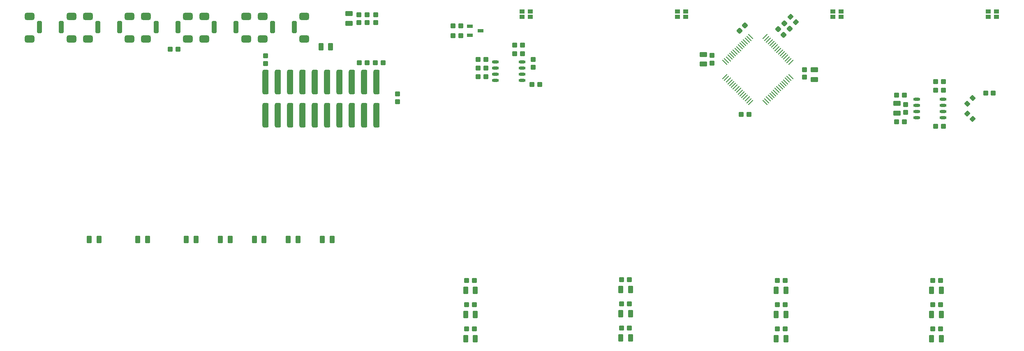
<source format=gtp>
G04*
G04 #@! TF.GenerationSoftware,Altium Limited,Altium Designer,24.3.1 (35)*
G04*
G04 Layer_Color=8421504*
%FSLAX25Y25*%
%MOIN*%
G70*
G04*
G04 #@! TF.SameCoordinates,03FD84D8-87D8-4BCB-B200-23DCDFDCD728*
G04*
G04*
G04 #@! TF.FilePolarity,Positive*
G04*
G01*
G75*
G04:AMPARAMS|DCode=19|XSize=39.37mil|YSize=37.4mil|CornerRadius=4.68mil|HoleSize=0mil|Usage=FLASHONLY|Rotation=270.000|XOffset=0mil|YOffset=0mil|HoleType=Round|Shape=RoundedRectangle|*
%AMROUNDEDRECTD19*
21,1,0.03937,0.02805,0,0,270.0*
21,1,0.03002,0.03740,0,0,270.0*
1,1,0.00935,-0.01403,-0.01501*
1,1,0.00935,-0.01403,0.01501*
1,1,0.00935,0.01403,0.01501*
1,1,0.00935,0.01403,-0.01501*
%
%ADD19ROUNDEDRECTD19*%
G04:AMPARAMS|DCode=20|XSize=39.37mil|YSize=39.37mil|CornerRadius=4.92mil|HoleSize=0mil|Usage=FLASHONLY|Rotation=90.000|XOffset=0mil|YOffset=0mil|HoleType=Round|Shape=RoundedRectangle|*
%AMROUNDEDRECTD20*
21,1,0.03937,0.02953,0,0,90.0*
21,1,0.02953,0.03937,0,0,90.0*
1,1,0.00984,0.01476,0.01476*
1,1,0.00984,0.01476,-0.01476*
1,1,0.00984,-0.01476,-0.01476*
1,1,0.00984,-0.01476,0.01476*
%
%ADD20ROUNDEDRECTD20*%
G04:AMPARAMS|DCode=21|XSize=39.37mil|YSize=37.4mil|CornerRadius=4.68mil|HoleSize=0mil|Usage=FLASHONLY|Rotation=135.000|XOffset=0mil|YOffset=0mil|HoleType=Round|Shape=RoundedRectangle|*
%AMROUNDEDRECTD21*
21,1,0.03937,0.02805,0,0,135.0*
21,1,0.03002,0.03740,0,0,135.0*
1,1,0.00935,-0.00070,0.02053*
1,1,0.00935,0.02053,-0.00070*
1,1,0.00935,0.00070,-0.02053*
1,1,0.00935,-0.02053,0.00070*
%
%ADD21ROUNDEDRECTD21*%
G04:AMPARAMS|DCode=22|XSize=39.37mil|YSize=37.4mil|CornerRadius=4.68mil|HoleSize=0mil|Usage=FLASHONLY|Rotation=225.000|XOffset=0mil|YOffset=0mil|HoleType=Round|Shape=RoundedRectangle|*
%AMROUNDEDRECTD22*
21,1,0.03937,0.02805,0,0,225.0*
21,1,0.03002,0.03740,0,0,225.0*
1,1,0.00935,-0.02053,-0.00070*
1,1,0.00935,0.00070,0.02053*
1,1,0.00935,0.02053,0.00070*
1,1,0.00935,-0.00070,-0.02053*
%
%ADD22ROUNDEDRECTD22*%
%ADD23O,0.05709X0.02362*%
G04:AMPARAMS|DCode=24|XSize=39.37mil|YSize=39.37mil|CornerRadius=4.92mil|HoleSize=0mil|Usage=FLASHONLY|Rotation=0.000|XOffset=0mil|YOffset=0mil|HoleType=Round|Shape=RoundedRectangle|*
%AMROUNDEDRECTD24*
21,1,0.03937,0.02953,0,0,0.0*
21,1,0.02953,0.03937,0,0,0.0*
1,1,0.00984,0.01476,-0.01476*
1,1,0.00984,-0.01476,-0.01476*
1,1,0.00984,-0.01476,0.01476*
1,1,0.00984,0.01476,0.01476*
%
%ADD24ROUNDEDRECTD24*%
G04:AMPARAMS|DCode=25|XSize=57.09mil|YSize=43.31mil|CornerRadius=5.41mil|HoleSize=0mil|Usage=FLASHONLY|Rotation=0.000|XOffset=0mil|YOffset=0mil|HoleType=Round|Shape=RoundedRectangle|*
%AMROUNDEDRECTD25*
21,1,0.05709,0.03248,0,0,0.0*
21,1,0.04626,0.04331,0,0,0.0*
1,1,0.01083,0.02313,-0.01624*
1,1,0.01083,-0.02313,-0.01624*
1,1,0.01083,-0.02313,0.01624*
1,1,0.01083,0.02313,0.01624*
%
%ADD25ROUNDEDRECTD25*%
G04:AMPARAMS|DCode=26|XSize=39.37mil|YSize=39.37mil|CornerRadius=4.92mil|HoleSize=0mil|Usage=FLASHONLY|Rotation=225.000|XOffset=0mil|YOffset=0mil|HoleType=Round|Shape=RoundedRectangle|*
%AMROUNDEDRECTD26*
21,1,0.03937,0.02953,0,0,225.0*
21,1,0.02953,0.03937,0,0,225.0*
1,1,0.00984,-0.02088,0.00000*
1,1,0.00984,0.00000,0.02088*
1,1,0.00984,0.02088,0.00000*
1,1,0.00984,0.00000,-0.02088*
%
%ADD26ROUNDEDRECTD26*%
G04:AMPARAMS|DCode=27|XSize=39.37mil|YSize=39.37mil|CornerRadius=4.92mil|HoleSize=0mil|Usage=FLASHONLY|Rotation=315.000|XOffset=0mil|YOffset=0mil|HoleType=Round|Shape=RoundedRectangle|*
%AMROUNDEDRECTD27*
21,1,0.03937,0.02953,0,0,315.0*
21,1,0.02953,0.03937,0,0,315.0*
1,1,0.00984,0.00000,-0.02088*
1,1,0.00984,-0.02088,0.00000*
1,1,0.00984,0.00000,0.02088*
1,1,0.00984,0.02088,0.00000*
%
%ADD27ROUNDEDRECTD27*%
G04:AMPARAMS|DCode=28|XSize=7.09mil|YSize=54.33mil|CornerRadius=0mil|HoleSize=0mil|Usage=FLASHONLY|Rotation=225.000|XOffset=0mil|YOffset=0mil|HoleType=Round|Shape=Round|*
%AMOVALD28*
21,1,0.04724,0.00709,0.00000,0.00000,315.0*
1,1,0.00709,-0.01670,0.01670*
1,1,0.00709,0.01670,-0.01670*
%
%ADD28OVALD28*%

G04:AMPARAMS|DCode=29|XSize=7.09mil|YSize=54.33mil|CornerRadius=0mil|HoleSize=0mil|Usage=FLASHONLY|Rotation=315.000|XOffset=0mil|YOffset=0mil|HoleType=Round|Shape=Round|*
%AMOVALD29*
21,1,0.04724,0.00709,0.00000,0.00000,45.0*
1,1,0.00709,-0.01670,-0.01670*
1,1,0.00709,0.01670,0.01670*
%
%ADD29OVALD29*%

G04:AMPARAMS|DCode=30|XSize=39.37mil|YSize=37.4mil|CornerRadius=4.68mil|HoleSize=0mil|Usage=FLASHONLY|Rotation=180.000|XOffset=0mil|YOffset=0mil|HoleType=Round|Shape=RoundedRectangle|*
%AMROUNDEDRECTD30*
21,1,0.03937,0.02805,0,0,180.0*
21,1,0.03002,0.03740,0,0,180.0*
1,1,0.00935,-0.01501,0.01403*
1,1,0.00935,0.01501,0.01403*
1,1,0.00935,0.01501,-0.01403*
1,1,0.00935,-0.01501,-0.01403*
%
%ADD30ROUNDEDRECTD30*%
%ADD31R,0.04724X0.03150*%
G04:AMPARAMS|DCode=32|XSize=31.5mil|YSize=43.31mil|CornerRadius=3.94mil|HoleSize=0mil|Usage=FLASHONLY|Rotation=90.000|XOffset=0mil|YOffset=0mil|HoleType=Round|Shape=RoundedRectangle|*
%AMROUNDEDRECTD32*
21,1,0.03150,0.03543,0,0,90.0*
21,1,0.02362,0.04331,0,0,90.0*
1,1,0.00787,0.01772,0.01181*
1,1,0.00787,0.01772,-0.01181*
1,1,0.00787,-0.01772,-0.01181*
1,1,0.00787,-0.01772,0.01181*
%
%ADD32ROUNDEDRECTD32*%
G04:AMPARAMS|DCode=33|XSize=57.09mil|YSize=43.31mil|CornerRadius=5.41mil|HoleSize=0mil|Usage=FLASHONLY|Rotation=270.000|XOffset=0mil|YOffset=0mil|HoleType=Round|Shape=RoundedRectangle|*
%AMROUNDEDRECTD33*
21,1,0.05709,0.03248,0,0,270.0*
21,1,0.04626,0.04331,0,0,270.0*
1,1,0.01083,-0.01624,-0.02313*
1,1,0.01083,-0.01624,0.02313*
1,1,0.01083,0.01624,0.02313*
1,1,0.01083,0.01624,-0.02313*
%
%ADD33ROUNDEDRECTD33*%
G04:AMPARAMS|DCode=34|XSize=50mil|YSize=200mil|CornerRadius=12.5mil|HoleSize=0mil|Usage=FLASHONLY|Rotation=180.000|XOffset=0mil|YOffset=0mil|HoleType=Round|Shape=RoundedRectangle|*
%AMROUNDEDRECTD34*
21,1,0.05000,0.17500,0,0,180.0*
21,1,0.02500,0.20000,0,0,180.0*
1,1,0.02500,-0.01250,0.08750*
1,1,0.02500,0.01250,0.08750*
1,1,0.02500,0.01250,-0.08750*
1,1,0.02500,-0.01250,-0.08750*
%
%ADD34ROUNDEDRECTD34*%
G04:AMPARAMS|DCode=35|XSize=78.74mil|YSize=59.06mil|CornerRadius=14.76mil|HoleSize=0mil|Usage=FLASHONLY|Rotation=180.000|XOffset=0mil|YOffset=0mil|HoleType=Round|Shape=RoundedRectangle|*
%AMROUNDEDRECTD35*
21,1,0.07874,0.02953,0,0,180.0*
21,1,0.04921,0.05906,0,0,180.0*
1,1,0.02953,-0.02461,0.01476*
1,1,0.02953,0.02461,0.01476*
1,1,0.02953,0.02461,-0.01476*
1,1,0.02953,-0.02461,-0.01476*
%
%ADD35ROUNDEDRECTD35*%
G04:AMPARAMS|DCode=36|XSize=39.37mil|YSize=98.43mil|CornerRadius=9.84mil|HoleSize=0mil|Usage=FLASHONLY|Rotation=180.000|XOffset=0mil|YOffset=0mil|HoleType=Round|Shape=RoundedRectangle|*
%AMROUNDEDRECTD36*
21,1,0.03937,0.07874,0,0,180.0*
21,1,0.01968,0.09843,0,0,180.0*
1,1,0.01968,-0.00984,0.03937*
1,1,0.01968,0.00984,0.03937*
1,1,0.01968,0.00984,-0.03937*
1,1,0.01968,-0.00984,-0.03937*
%
%ADD36ROUNDEDRECTD36*%
D19*
X127165Y349410D02*
D03*
X120866D02*
D03*
X747638Y323031D02*
D03*
X741339D02*
D03*
Y316142D02*
D03*
X747638D02*
D03*
X716142Y290551D02*
D03*
X709842D02*
D03*
X716142Y312205D02*
D03*
X709842D02*
D03*
X414173Y320866D02*
D03*
X420472D02*
D03*
X370472Y340945D02*
D03*
X376772D02*
D03*
X370472Y334055D02*
D03*
X376772D02*
D03*
X370472Y327165D02*
D03*
X376772D02*
D03*
X356496Y360433D02*
D03*
X350197Y360433D02*
D03*
X356496Y368307D02*
D03*
X350197D02*
D03*
X612992Y141732D02*
D03*
X619291Y141732D02*
D03*
X738976Y122047D02*
D03*
X745276D02*
D03*
X738976Y141732D02*
D03*
X745276D02*
D03*
X738976Y161417D02*
D03*
X745276D02*
D03*
X619291Y122047D02*
D03*
X612992D02*
D03*
X612992Y161417D02*
D03*
X619291Y161417D02*
D03*
X493110Y162104D02*
D03*
X486811D02*
D03*
X493110Y142419D02*
D03*
X486811Y142419D02*
D03*
X493110Y122734D02*
D03*
X486811D02*
D03*
X367323Y161417D02*
D03*
X361024D02*
D03*
X367323Y141732D02*
D03*
X361024D02*
D03*
X367323Y122047D02*
D03*
X361024D02*
D03*
X287008Y338583D02*
D03*
X293307D02*
D03*
X280512D02*
D03*
X274213D02*
D03*
D20*
X788189Y313779D02*
D03*
X781890D02*
D03*
X583858Y296457D02*
D03*
X590158D02*
D03*
X406299Y352756D02*
D03*
X400000D02*
D03*
X406299Y345866D02*
D03*
X400000D02*
D03*
X741339Y286614D02*
D03*
X747638Y286614D02*
D03*
D21*
X771519Y309707D02*
D03*
X767064Y305253D02*
D03*
D22*
Y297109D02*
D03*
X771519Y292655D02*
D03*
X628211Y371395D02*
D03*
X623757Y375849D02*
D03*
D23*
X725886Y308878D02*
D03*
Y303878D02*
D03*
Y298878D02*
D03*
Y293878D02*
D03*
X747342Y308878D02*
D03*
Y303878D02*
D03*
Y298878D02*
D03*
Y293878D02*
D03*
X384528Y339066D02*
D03*
Y334066D02*
D03*
Y329066D02*
D03*
Y324066D02*
D03*
X405984Y339066D02*
D03*
Y334066D02*
D03*
Y329066D02*
D03*
Y324066D02*
D03*
D24*
X716929Y298228D02*
D03*
X716929Y304528D02*
D03*
X634997Y326617D02*
D03*
X634997Y332916D02*
D03*
X559966Y344373D02*
D03*
X559966Y338074D02*
D03*
D25*
X710039Y297441D02*
D03*
X710039Y305315D02*
D03*
X642913Y332677D02*
D03*
Y324803D02*
D03*
X553006Y337286D02*
D03*
Y345160D02*
D03*
X265748Y370472D02*
D03*
Y378346D02*
D03*
D26*
X623051Y366122D02*
D03*
X618597Y370576D02*
D03*
X618130Y361201D02*
D03*
X613676Y365655D02*
D03*
D27*
X582418Y364308D02*
D03*
X586873Y368763D02*
D03*
D28*
X571869Y340154D02*
D03*
X573261Y341546D02*
D03*
X574653Y342938D02*
D03*
X576045Y344330D02*
D03*
X577436Y345722D02*
D03*
X578828Y347114D02*
D03*
X580220Y348506D02*
D03*
X570477Y338762D02*
D03*
X581612Y349898D02*
D03*
X583004Y351290D02*
D03*
X584396Y352682D02*
D03*
X585788Y354074D02*
D03*
X587180Y355466D02*
D03*
X588572Y356857D02*
D03*
X589964Y358249D02*
D03*
X591356Y359641D02*
D03*
X603048Y306191D02*
D03*
X604440Y307583D02*
D03*
X605832Y308975D02*
D03*
X607224Y310367D02*
D03*
X608616Y311758D02*
D03*
X610008Y313150D02*
D03*
X611400Y314542D02*
D03*
X612792Y315934D02*
D03*
X614184Y317326D02*
D03*
X615576Y318718D02*
D03*
X616968Y320110D02*
D03*
X618360Y321502D02*
D03*
X619752Y322894D02*
D03*
X621143Y324286D02*
D03*
X622536Y325678D02*
D03*
X623927Y327070D02*
D03*
D29*
X623927Y338762D02*
D03*
X622536Y340154D02*
D03*
X621143Y341546D02*
D03*
X619752Y342938D02*
D03*
X618360Y344330D02*
D03*
X616968Y345722D02*
D03*
X615576Y347114D02*
D03*
X614184Y348506D02*
D03*
X612792Y349898D02*
D03*
X611400Y351290D02*
D03*
X610008Y352682D02*
D03*
X608616Y354074D02*
D03*
X607224Y355466D02*
D03*
X605832Y356857D02*
D03*
X604440Y358249D02*
D03*
X603048Y359641D02*
D03*
X581612Y315934D02*
D03*
X583004Y314542D02*
D03*
X584396Y313150D02*
D03*
X585788Y311758D02*
D03*
X587180Y310367D02*
D03*
X588572Y308975D02*
D03*
X589964Y307583D02*
D03*
X591356Y306191D02*
D03*
X570477Y327070D02*
D03*
X580220Y317326D02*
D03*
X578828Y318718D02*
D03*
X577436Y320110D02*
D03*
X576045Y321502D02*
D03*
X574653Y322894D02*
D03*
X573261Y324286D02*
D03*
X571869Y325678D02*
D03*
D30*
X414961Y341142D02*
D03*
Y334842D02*
D03*
X305118Y313189D02*
D03*
Y306890D02*
D03*
X287402Y371260D02*
D03*
Y377559D02*
D03*
X280512D02*
D03*
Y371260D02*
D03*
X273622Y377559D02*
D03*
Y371260D02*
D03*
X197962Y344164D02*
D03*
Y337865D02*
D03*
D31*
X372441Y364370D02*
D03*
X363779Y360630D02*
D03*
Y368110D02*
D03*
D32*
X406105Y375787D02*
D03*
Y380118D02*
D03*
X412797Y375787D02*
D03*
Y380118D02*
D03*
X538807Y380118D02*
D03*
Y375787D02*
D03*
X532114Y380118D02*
D03*
Y375787D02*
D03*
X658071Y375787D02*
D03*
Y380118D02*
D03*
X664764Y375787D02*
D03*
Y380118D02*
D03*
X790748Y380118D02*
D03*
Y375787D02*
D03*
X784055Y380118D02*
D03*
Y375787D02*
D03*
D33*
X738189Y114173D02*
D03*
X746063D02*
D03*
X738189Y133858D02*
D03*
X746063D02*
D03*
X738189Y153543D02*
D03*
X746063D02*
D03*
X612205Y114173D02*
D03*
X620079D02*
D03*
X620079Y133858D02*
D03*
X612205D02*
D03*
X620079Y153543D02*
D03*
X612205Y153543D02*
D03*
X493898Y154230D02*
D03*
X486024D02*
D03*
X493898Y134545D02*
D03*
X486024D02*
D03*
X493898Y114860D02*
D03*
X486024D02*
D03*
X368110Y153543D02*
D03*
X360236D02*
D03*
X368110Y133858D02*
D03*
X360236D02*
D03*
X368110Y114173D02*
D03*
X360236Y114173D02*
D03*
X250787Y351575D02*
D03*
X242913D02*
D03*
X55118Y194882D02*
D03*
X62992Y194882D02*
D03*
X102362Y194882D02*
D03*
X94488D02*
D03*
X133858D02*
D03*
X141732D02*
D03*
X161417D02*
D03*
X169291D02*
D03*
X188976D02*
D03*
X196850D02*
D03*
X216535D02*
D03*
X224410D02*
D03*
X251969D02*
D03*
X244094D02*
D03*
D34*
X198031Y295835D02*
D03*
Y322835D02*
D03*
X208032Y295835D02*
D03*
Y322835D02*
D03*
X218032Y295835D02*
D03*
X218032Y322835D02*
D03*
X228031Y295835D02*
D03*
Y322835D02*
D03*
X238032Y295835D02*
D03*
Y322835D02*
D03*
X248031Y295835D02*
D03*
X248031Y322835D02*
D03*
X258032Y295835D02*
D03*
Y322835D02*
D03*
X268032Y295835D02*
D03*
Y322835D02*
D03*
X278031Y295835D02*
D03*
Y322835D02*
D03*
X288032Y295835D02*
D03*
Y322835D02*
D03*
D35*
X229528Y357874D02*
D03*
X229528Y375984D02*
D03*
X195669Y357874D02*
D03*
Y375984D02*
D03*
X148425D02*
D03*
X148425Y357874D02*
D03*
X182283Y375984D02*
D03*
X182283Y357874D02*
D03*
X101181Y375984D02*
D03*
X101181Y357874D02*
D03*
X135039Y375984D02*
D03*
X135039Y357874D02*
D03*
X53937Y375984D02*
D03*
Y357874D02*
D03*
X87795Y375984D02*
D03*
X87795Y357874D02*
D03*
X6693Y375984D02*
D03*
Y357874D02*
D03*
X40551Y375984D02*
D03*
Y357874D02*
D03*
D36*
X221457Y367323D02*
D03*
X203740D02*
D03*
X156496D02*
D03*
X174213D02*
D03*
X109252D02*
D03*
X126969D02*
D03*
X62008D02*
D03*
X79724D02*
D03*
X14764Y367323D02*
D03*
X32480D02*
D03*
M02*

</source>
